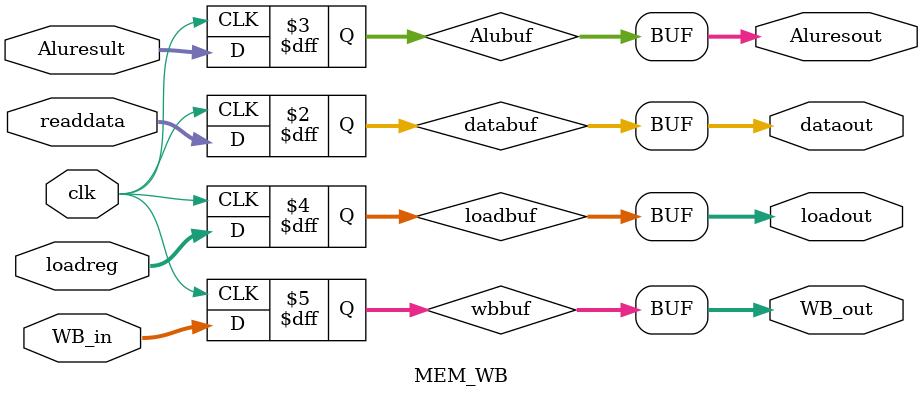
<source format=v>
module MEM_WB #(parameter N=32)(input clk,input [1:0]WB_in,input [4:0]loadreg,
                               input [N-1:0]readdata,input [N-1:0]Aluresult,
                               output [N-1:0]dataout,output [N-1:0]Aluresout,
                               output [4:0]loadout,output [1:0]WB_out);
reg [N-1:0]databuf;
reg [N-1:0]Alubuf;
reg [4:0]loadbuf;
reg [1:0]wbbuf;
always@(posedge clk)begin
databuf<=readdata;
Alubuf<=Aluresult;
loadbuf<=loadreg;
wbbuf<=WB_in;
end 

assign dataout=databuf;
assign Aluresout=Alubuf;
assign loadout=loadbuf;
assign WB_out=wbbuf;
                              
endmodule                               
</source>
